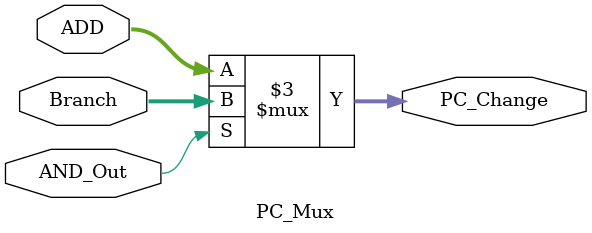
<source format=sv>
`timescale 1ns / 1ps


module PC_Mux(
    input wire AND_Out,
    input wire [15:0] ADD,
    input wire [15:0] Branch,
    output reg [15:0] PC_Change
    );
    
    always @ (AND_Out or ADD or Branch)
        PC_Change = (AND_Out == 1'b0) ? ADD : Branch;
    
endmodule

</source>
